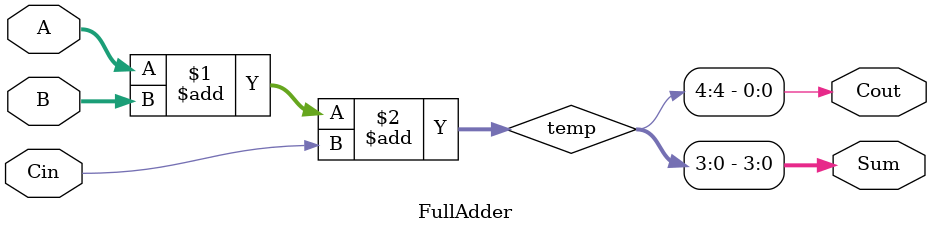
<source format=sv>
module FullAdder(A,B,Cin,Sum,Cout);
   input [3:0]A,B;
   input Cin;
   output wire [3:0]Sum;
   output wire Cout;
   wire [4:0]temp;
   assign temp=A+B+Cin;
   assign Sum=temp[3:0];
   assign Cout=temp[4];
endmodule



</source>
